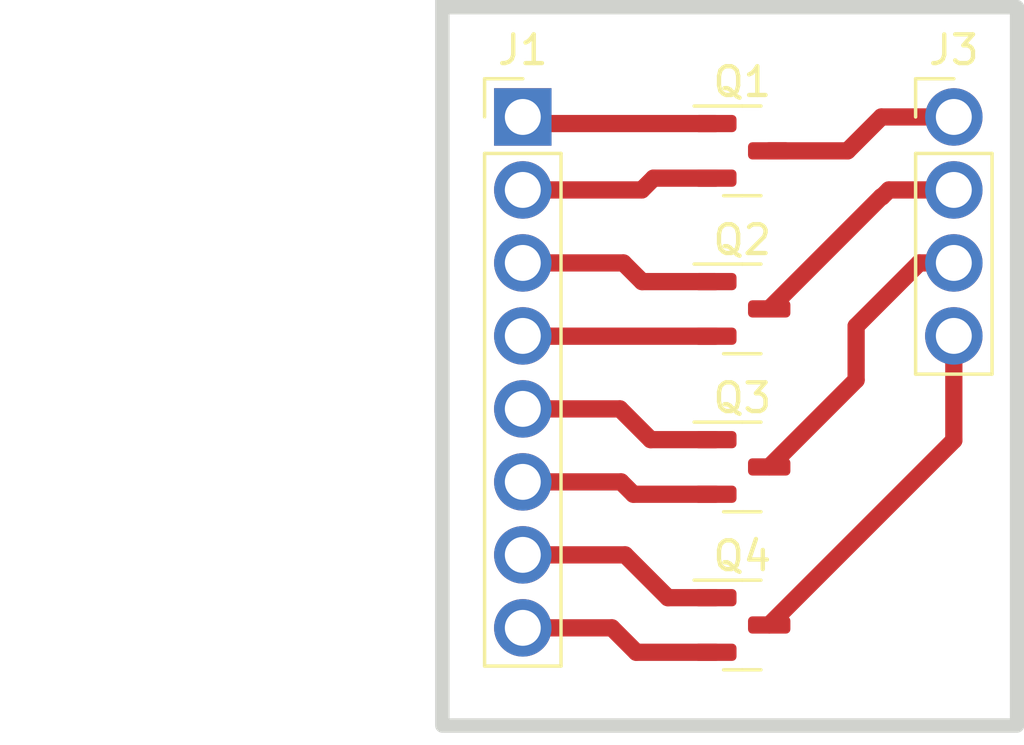
<source format=kicad_pcb>
(kicad_pcb (version 20221018) (generator pcbnew)
  (layers (0 "F.Cu" signal) (31 "B.Cu" signal) (34 "B.Paste" user) (35 "F.Paste" user) (36 "B.SilkS" user "B.Silkscreen") (37 "F.SilkS" user "F.Silkscreen") (38 "B.Mask" user) (39 "F.Mask" user) (44 "Edge.Cuts" user))
  (net 0 "")
  (net 1 "Net-(J1-Pin_1)")
  (net 2 "Net-(J1-Pin_2)")
  (net 3 "Net-(J1-Pin_3)")
  (net 4 "Net-(J1-Pin_4)")
  (net 5 "Net-(J3-Pin_1)")
  (net 6 "Net-(J3-Pin_2)")
  (net 7 "Net-(J3-Pin_3)")
  (net 8 "Net-(J3-Pin_4)")
  (net 9 "Net-(J1-Pin_5)")
  (net 10 "Net-(J1-Pin_6)")
  (net 11 "Net-(J1-Pin_7)")
  (net 12 "Net-(J1-Pin_8)")
  (footprint "Package_TO_SOT_SMD:SOT-23" (layer "F.Cu") (at 131.4375 73)
    (fp_text reference "Q3" (at 0 -2.4) (layer "F.SilkS"))
    (fp_text value "BC807")
    (fp_line (start 0 -1.56) (end -1.675 -1.56) (stroke (width 0.12)) (layer "F.SilkS"))
    (fp_line (start 0 -1.56) (end 0.65 -1.56) (stroke (width 0.12)) (layer "F.SilkS"))
    (fp_line (start 0 1.56) (end -0.65 1.56) (stroke (width 0.12)) (layer "F.SilkS"))
    (fp_line (start 0 1.56) (end 0.65 1.56) (stroke (width 0.12)) (layer "F.SilkS"))
    (pad "1" smd roundrect (at -0.9375 -0.95) (size 1.475 0.6) (layers "F.Cu" "F.Paste" "F.Mask") (net 9 "Net-(J1-Pin_5)"))
    (pad "2" smd roundrect (at -0.9375 0.95) (size 1.475 0.6) (layers "F.Cu" "F.Paste" "F.Mask") (net 10 "Net-(J1-Pin_6)"))
    (pad "3" smd roundrect (at 0.9375 0) (size 1.475 0.6) (layers "F.Cu" "F.Paste" "F.Mask") (net 7 "Net-(J3-Pin_3)"))
  )
  (footprint "Package_TO_SOT_SMD:SOT-23" (layer "F.Cu") (at 131.4375 62)
    (fp_text reference "Q1" (at 0 -2.4) (layer "F.SilkS"))
    (fp_text value "BC807")
    (fp_line (start 0 -1.56) (end -1.675 -1.56) (stroke (width 0.12)) (layer "F.SilkS"))
    (fp_line (start 0 -1.56) (end 0.65 -1.56) (stroke (width 0.12)) (layer "F.SilkS"))
    (fp_line (start 0 1.56) (end -0.65 1.56) (stroke (width 0.12)) (layer "F.SilkS"))
    (fp_line (start 0 1.56) (end 0.65 1.56) (stroke (width 0.12)) (layer "F.SilkS"))
    (pad "1" smd roundrect (at -0.9375 -0.95) (size 1.475 0.6) (layers "F.Cu" "F.Paste" "F.Mask") (net 1 "Net-(J1-Pin_1)"))
    (pad "2" smd roundrect (at -0.9375 0.95) (size 1.475 0.6) (layers "F.Cu" "F.Paste" "F.Mask") (net 2 "Net-(J1-Pin_2)"))
    (pad "3" smd roundrect (at 0.9375 0) (size 1.475 0.6) (layers "F.Cu" "F.Paste" "F.Mask") (net 5 "Net-(J3-Pin_1)"))
  )
  (footprint "Package_TO_SOT_SMD:SOT-23" (layer "F.Cu") (at 131.4375 78.5)
    (fp_text reference "Q4" (at 0 -2.4) (layer "F.SilkS"))
    (fp_text value "BC807")
    (fp_line (start 0 -1.56) (end -1.675 -1.56) (stroke (width 0.12)) (layer "F.SilkS"))
    (fp_line (start 0 -1.56) (end 0.65 -1.56) (stroke (width 0.12)) (layer "F.SilkS"))
    (fp_line (start 0 1.56) (end -0.65 1.56) (stroke (width 0.12)) (layer "F.SilkS"))
    (fp_line (start 0 1.56) (end 0.65 1.56) (stroke (width 0.12)) (layer "F.SilkS"))
    (pad "1" smd roundrect (at -0.9375 -0.95) (size 1.475 0.6) (layers "F.Cu" "F.Paste" "F.Mask") (net 11 "Net-(J1-Pin_7)"))
    (pad "2" smd roundrect (at -0.9375 0.95) (size 1.475 0.6) (layers "F.Cu" "F.Paste" "F.Mask") (net 12 "Net-(J1-Pin_8)"))
    (pad "3" smd roundrect (at 0.9375 0) (size 1.475 0.6) (layers "F.Cu" "F.Paste" "F.Mask") (net 8 "Net-(J3-Pin_4)"))
  )
  (footprint "Package_TO_SOT_SMD:SOT-23" (layer "F.Cu") (at 131.4375 67.5)
    (fp_text reference "Q2" (at 0 -2.4) (layer "F.SilkS"))
    (fp_text value "BC807")
    (fp_line (start 0 -1.56) (end -1.675 -1.56) (stroke (width 0.12)) (layer "F.SilkS"))
    (fp_line (start 0 -1.56) (end 0.65 -1.56) (stroke (width 0.12)) (layer "F.SilkS"))
    (fp_line (start 0 1.56) (end -0.65 1.56) (stroke (width 0.12)) (layer "F.SilkS"))
    (fp_line (start 0 1.56) (end 0.65 1.56) (stroke (width 0.12)) (layer "F.SilkS"))
    (pad "1" smd roundrect (at -0.9375 -0.95) (size 1.475 0.6) (layers "F.Cu" "F.Paste" "F.Mask") (net 3 "Net-(J1-Pin_3)"))
    (pad "2" smd roundrect (at -0.9375 0.95) (size 1.475 0.6) (layers "F.Cu" "F.Paste" "F.Mask") (net 4 "Net-(J1-Pin_4)"))
    (pad "3" smd roundrect (at 0.9375 0) (size 1.475 0.6) (layers "F.Cu" "F.Paste" "F.Mask") (net 6 "Net-(J3-Pin_2)"))
  )
  (footprint "Connector_PinHeader_2.54mm:PinHeader_1x08_P2.54mm_Vertical" (layer "F.Cu") (at 123.8 60.82)
    (fp_text reference "J1" (at 0 -2.33) (layer "F.SilkS"))
    (fp_text value "Conn_01x08_Pin")
    (fp_line (start -1.33 -1.33) (end 0 -1.33) (stroke (width 0.12)) (layer "F.SilkS"))
    (fp_line (start -1.33 0) (end -1.33 -1.33) (stroke (width 0.12)) (layer "F.SilkS"))
    (fp_line (start -1.33 1.27) (end -1.33 19.11) (stroke (width 0.12)) (layer "F.SilkS"))
    (fp_line (start -1.33 1.27) (end 1.33 1.27) (stroke (width 0.12)) (layer "F.SilkS"))
    (fp_line (start -1.33 19.11) (end 1.33 19.11) (stroke (width 0.12)) (layer "F.SilkS"))
    (fp_line (start 1.33 1.27) (end 1.33 19.11) (stroke (width 0.12)) (layer "F.SilkS"))
    (pad "1" thru_hole rect (at 0 0) (size 2 2) (drill 1.25) (layers "*.Cu" "*.Mask") (net 1 "Net-(J1-Pin_1)"))
    (pad "2" thru_hole circle (at 0 2.54) (size 2 2) (drill 1.25) (layers "*.Cu" "*.Mask") (net 2 "Net-(J1-Pin_2)"))
    (pad "3" thru_hole oval (at 0 5.08) (size 2 2) (drill 1.25) (layers "*.Cu" "*.Mask") (net 3 "Net-(J1-Pin_3)"))
    (pad "4" thru_hole oval (at 0 7.62) (size 2 2) (drill 1.25) (layers "*.Cu" "*.Mask") (net 4 "Net-(J1-Pin_4)"))
    (pad "5" thru_hole circle (at 0 10.16) (size 2 2) (drill 1.25) (layers "*.Cu" "*.Mask") (net 9 "Net-(J1-Pin_5)"))
    (pad "6" thru_hole circle (at 0 12.7) (size 2 2) (drill 1.25) (layers "*.Cu" "*.Mask") (net 10 "Net-(J1-Pin_6)"))
    (pad "7" thru_hole circle (at 0 15.24) (size 2 2) (drill 1.25) (layers "*.Cu" "*.Mask") (net 11 "Net-(J1-Pin_7)"))
    (pad "8" thru_hole circle (at 0 17.78) (size 2 2) (drill 1.25) (layers "*.Cu" "*.Mask") (net 12 "Net-(J1-Pin_8)"))
  )
  (footprint "Connector_PinHeader_2.54mm:PinHeader_1x04_P2.54mm_Vertical" (layer "F.Cu") (at 138.8 60.82)
    (fp_text reference "J3" (at 0 -2.33) (layer "F.SilkS"))
    (fp_text value "Conn_01x04_Pin")
    (fp_line (start -1.33 -1.33) (end 0 -1.33) (stroke (width 0.12)) (layer "F.SilkS"))
    (fp_line (start -1.33 0) (end -1.33 -1.33) (stroke (width 0.12)) (layer "F.SilkS"))
    (fp_line (start -1.33 1.27) (end -1.33 8.95) (stroke (width 0.12)) (layer "F.SilkS"))
    (fp_line (start -1.33 1.27) (end 1.33 1.27) (stroke (width 0.12)) (layer "F.SilkS"))
    (fp_line (start -1.33 8.95) (end 1.33 8.95) (stroke (width 0.12)) (layer "F.SilkS"))
    (fp_line (start 1.33 1.27) (end 1.33 8.95) (stroke (width 0.12)) (layer "F.SilkS"))
    (pad "1" thru_hole circle (at 0 0) (size 2 2) (drill 1.25) (layers "*.Cu" "*.Mask") (net 5 "Net-(J3-Pin_1)"))
    (pad "2" thru_hole circle (at 0 2.54) (size 2 2) (drill 1.25) (layers "*.Cu" "*.Mask") (net 6 "Net-(J3-Pin_2)"))
    (pad "3" thru_hole circle (at 0 5.08) (size 2 2) (drill 1.25) (layers "*.Cu" "*.Mask") (net 7 "Net-(J3-Pin_3)"))
    (pad "4" thru_hole circle (at 0 7.62) (size 2 2) (drill 1.25) (layers "*.Cu" "*.Mask") (net 8 "Net-(J3-Pin_4)"))
  )
  (gr_rect (start 121 57) (end 141 82) (stroke (width 0.5)) (fill none) (layer "Edge.Cuts"))
  (segment (start 124.03 61.05) (end 123.8 60.82) (width 0.6) (layer "F.Cu") (net 1))
  (segment (start 130.5 61.05) (end 124.03 61.05) (width 0.6) (layer "F.Cu") (net 1))
  (segment (start 127.94 63.36) (end 128.35 62.95) (width 0.6) (layer "F.Cu") (net 2))
  (segment (start 128.35 62.95) (end 130.5 62.95) (width 0.6) (layer "F.Cu") (net 2))
  (segment (start 123.8 63.36) (end 127.94 63.36) (width 0.6) (layer "F.Cu") (net 2))
  (segment (start 130.5 66.55) (end 127.95 66.55) (width 0.6) (layer "F.Cu") (net 3))
  (segment (start 127.3 65.9) (end 123.8 65.9) (width 0.6) (layer "F.Cu") (net 3))
  (segment (start 127.95 66.55) (end 127.3 65.9) (width 0.6) (layer "F.Cu") (net 3))
  (segment (start 130.5 68.45) (end 123.81 68.45) (width 0.6) (layer "F.Cu") (net 4))
  (segment (start 123.81 68.45) (end 123.8 68.44) (width 0.6) (layer "F.Cu") (net 4))
  (segment (start 136.28 60.82) (end 138.8 60.82) (width 0.6) (layer "F.Cu") (net 5))
  (segment (start 135.1 62) (end 136.28 60.82) (width 0.6) (layer "F.Cu") (net 5))
  (segment (start 132.375 62) (end 135.1 62) (width 0.6) (layer "F.Cu") (net 5))
  (segment (start 136.54 63.36) (end 138.8 63.36) (width 0.6) (layer "F.Cu") (net 6))
  (segment (start 136.275 63.6) (end 136.3 63.6) (width 0.6) (layer "F.Cu") (net 6))
  (segment (start 136.3 63.6) (end 136.54 63.36) (width 0.6) (layer "F.Cu") (net 6))
  (segment (start 132.375 67.5) (end 136.275 63.6) (width 0.6) (layer "F.Cu") (net 6))
  (segment (start 135.4 69.975) (end 135.4 68.1) (width 0.6) (layer "F.Cu") (net 7))
  (segment (start 135.4 68.1) (end 137.6 65.9) (width 0.6) (layer "F.Cu") (net 7))
  (segment (start 137.6 65.9) (end 138.8 65.9) (width 0.6) (layer "F.Cu") (net 7))
  (segment (start 132.375 73) (end 135.4 69.975) (width 0.6) (layer "F.Cu") (net 7))
  (segment (start 132.375 78.5) (end 138.8 72.075) (width 0.6) (layer "F.Cu") (net 8))
  (segment (start 138.8 72.075) (end 138.8 68.44) (width 0.6) (layer "F.Cu") (net 8))
  (segment (start 128.25 72.05) (end 127.18 70.98) (width 0.6) (layer "F.Cu") (net 9))
  (segment (start 130.5 72.05) (end 128.25 72.05) (width 0.6) (layer "F.Cu") (net 9))
  (segment (start 127.18 70.98) (end 123.8 70.98) (width 0.6) (layer "F.Cu") (net 9))
  (segment (start 127.65 73.95) (end 127.22 73.52) (width 0.6) (layer "F.Cu") (net 10))
  (segment (start 127.22 73.52) (end 123.8 73.52) (width 0.6) (layer "F.Cu") (net 10))
  (segment (start 130.5 73.95) (end 127.65 73.95) (width 0.6) (layer "F.Cu") (net 10))
  (segment (start 127.36 76.06) (end 123.8 76.06) (width 0.6) (layer "F.Cu") (net 11))
  (segment (start 128.85 77.55) (end 127.36 76.06) (width 0.6) (layer "F.Cu") (net 11))
  (segment (start 130.5 77.55) (end 128.85 77.55) (width 0.6) (layer "F.Cu") (net 11))
  (segment (start 127.75 79.45) (end 126.9 78.6) (width 0.6) (layer "F.Cu") (net 12))
  (segment (start 130.5 79.45) (end 127.75 79.45) (width 0.6) (layer "F.Cu") (net 12))
  (segment (start 126.9 78.6) (end 123.8 78.6) (width 0.6) (layer "F.Cu") (net 12))
)
</source>
